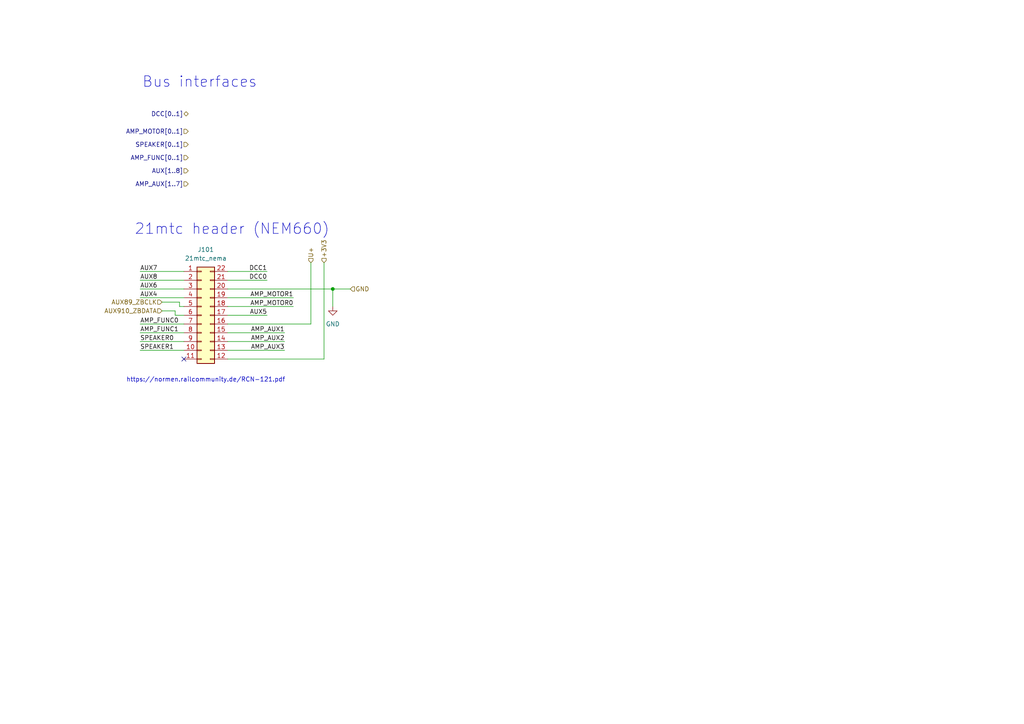
<source format=kicad_sch>
(kicad_sch (version 20231120) (generator "eeschema") (generator_version "7.99")
  (paper "A4")
  (lib_symbols
    (symbol "Connector_Generic:Conn_02x11_Counter_Clockwise" (pin_names (offset 1.016) hide)
      (property "Reference" "J" (at 1.27 15.24 0))
      (property "Value" "Conn_02x11_Counter_Clockwise" (at 1.27 -15.24 0))
      (symbol "Conn_02x11_Counter_Clockwise_1_1"
        (rectangle (start -1.27 -12.573) (end 0 -12.827) (stroke (width 0.1524)))
        (rectangle (start -1.27 -10.033) (end 0 -10.287) (stroke (width 0.1524)))
        (rectangle (start -1.27 -7.493) (end 0 -7.747) (stroke (width 0.1524)))
        (rectangle (start -1.27 -4.953) (end 0 -5.207) (stroke (width 0.1524)))
        (rectangle (start -1.27 -2.413) (end 0 -2.667) (stroke (width 0.1524)))
        (rectangle (start -1.27 0.127) (end 0 -0.127) (stroke (width 0.1524)))
        (rectangle (start -1.27 2.667) (end 0 2.413) (stroke (width 0.1524)))
        (rectangle (start -1.27 5.207) (end 0 4.953) (stroke (width 0.1524)))
        (rectangle (start -1.27 7.747) (end 0 7.493) (stroke (width 0.1524)))
        (rectangle (start -1.27 10.287) (end 0 10.033) (stroke (width 0.1524)))
        (rectangle (start -1.27 12.827) (end 0 12.573) (stroke (width 0.1524)))
        (rectangle (start -1.27 13.97) (end 3.81 -13.97) (stroke (width 0.254)) (fill (type background)))
        (rectangle (start 3.81 -12.573) (end 2.54 -12.827) (stroke (width 0.1524)))
        (rectangle (start 3.81 -10.033) (end 2.54 -10.287) (stroke (width 0.1524)))
        (rectangle (start 3.81 -7.493) (end 2.54 -7.747) (stroke (width 0.1524)))
        (rectangle (start 3.81 -4.953) (end 2.54 -5.207) (stroke (width 0.1524)))
        (rectangle (start 3.81 -2.413) (end 2.54 -2.667) (stroke (width 0.1524)))
        (rectangle (start 3.81 0.127) (end 2.54 -0.127) (stroke (width 0.1524)))
        (rectangle (start 3.81 2.667) (end 2.54 2.413) (stroke (width 0.1524)))
        (rectangle (start 3.81 5.207) (end 2.54 4.953) (stroke (width 0.1524)))
        (rectangle (start 3.81 7.747) (end 2.54 7.493) (stroke (width 0.1524)))
        (rectangle (start 3.81 10.287) (end 2.54 10.033) (stroke (width 0.1524)))
        (rectangle (start 3.81 12.827) (end 2.54 12.573) (stroke (width 0.1524)))
        (pin passive line (at -5.08 12.7 0) (length 3.81) (name "Pin_1") (number "1"))
        (pin passive line (at -5.08 -10.16 0) (length 3.81) (name "Pin_10") (number "10"))
        (pin passive line (at -5.08 -12.7 0) (length 3.81) (name "Pin_11") (number "11"))
        (pin passive line (at 7.62 -12.7 180) (length 3.81) (name "Pin_12") (number "12"))
        (pin passive line (at 7.62 -10.16 180) (length 3.81) (name "Pin_13") (number "13"))
        (pin passive line (at 7.62 -7.62 180) (length 3.81) (name "Pin_14") (number "14"))
        (pin passive line (at 7.62 -5.08 180) (length 3.81) (name "Pin_15") (number "15"))
        (pin passive line (at 7.62 -2.54 180) (length 3.81) (name "Pin_16") (number "16"))
        (pin passive line (at 7.62 0 180) (length 3.81) (name "Pin_17") (number "17"))
        (pin passive line (at 7.62 2.54 180) (length 3.81) (name "Pin_18") (number "18"))
        (pin passive line (at 7.62 5.08 180) (length 3.81) (name "Pin_19") (number "19"))
        (pin passive line (at -5.08 10.16 0) (length 3.81) (name "Pin_2") (number "2"))
        (pin passive line (at 7.62 7.62 180) (length 3.81) (name "Pin_20") (number "20"))
        (pin passive line (at 7.62 10.16 180) (length 3.81) (name "Pin_21") (number "21"))
        (pin passive line (at 7.62 12.7 180) (length 3.81) (name "Pin_22") (number "22"))
        (pin passive line (at -5.08 7.62 0) (length 3.81) (name "Pin_3") (number "3"))
        (pin passive line (at -5.08 5.08 0) (length 3.81) (name "Pin_4") (number "4"))
        (pin passive line (at -5.08 2.54 0) (length 3.81) (name "Pin_5") (number "5"))
        (pin passive line (at -5.08 0 0) (length 3.81) (name "Pin_6") (number "6"))
        (pin passive line (at -5.08 -2.54 0) (length 3.81) (name "Pin_7") (number "7"))
        (pin passive line (at -5.08 -5.08 0) (length 3.81) (name "Pin_8") (number "8"))
        (pin passive line (at -5.08 -7.62 0) (length 3.81) (name "Pin_9") (number "9"))
      )
    )
    (symbol "power:GND" (power) (pin_names (offset 0))
      (property "Value" "GND" (at 0 -3.81 0))
      (symbol "GND_0_1"
        (polyline (pts (xy 0 0) (xy 0 -1.27) (xy 1.27 -1.27) (xy 0 -2.54) (xy -1.27 -1.27) (xy 0 -1.27)))
      )
      (symbol "GND_1_1"
        (pin power_in line (at 0 0 270) (length 0) hide (name "GND") (number "1"))
      )
    )
  )
  (junction (at 96.52 83.82))
  (no_connect (at 53.34 104.14))
  (wire (pts (xy 96.52 83.82) (xy 96.52 88.9)))
  (wire (pts (xy 66.04 81.28) (xy 77.47 81.28)))
  (wire (pts (xy 66.04 83.82) (xy 96.52 83.82)))
  (wire (pts (xy 93.98 76.2) (xy 93.98 104.14)))
  (wire (pts (xy 40.64 83.82) (xy 53.34 83.82)))
  (wire (pts (xy 66.04 93.98) (xy 90.17 93.98)))
  (wire (pts (xy 40.64 99.06) (xy 53.34 99.06)))
  (wire (pts (xy 40.64 101.6) (xy 53.34 101.6)))
  (wire (pts (xy 66.04 96.52) (xy 82.55 96.52)))
  (wire (pts (xy 90.17 76.2) (xy 90.17 93.98)))
  (wire (pts (xy 66.04 91.44) (xy 77.47 91.44)))
  (wire (pts (xy 50.8 90.17) (xy 46.99 90.17)))
  (wire (pts (xy 66.04 78.74) (xy 77.47 78.74)))
  (wire (pts (xy 46.99 87.63) (xy 52.07 87.63)))
  (wire (pts (xy 66.04 101.6) (xy 82.55 101.6)))
  (wire (pts (xy 40.64 78.74) (xy 53.34 78.74)))
  (wire (pts (xy 40.64 81.28) (xy 53.34 81.28)))
  (wire (pts (xy 40.64 93.98) (xy 53.34 93.98)))
  (wire (pts (xy 52.07 88.9) (xy 53.34 88.9)))
  (wire (pts (xy 50.8 91.44) (xy 53.34 91.44)))
  (wire (pts (xy 66.04 86.36) (xy 85.09 86.36)))
  (wire (pts (xy 66.04 99.06) (xy 82.55 99.06)))
  (wire (pts (xy 40.64 86.36) (xy 53.34 86.36)))
  (wire (pts (xy 66.04 88.9) (xy 85.09 88.9)))
  (wire (pts (xy 50.8 90.17) (xy 50.8 91.44)))
  (wire (pts (xy 96.52 83.82) (xy 101.6 83.82)))
  (wire (pts (xy 66.04 104.14) (xy 93.98 104.14)))
  (wire (pts (xy 40.64 96.52) (xy 53.34 96.52)))
  (wire (pts (xy 52.07 87.63) (xy 52.07 88.9)))
  (text "https://normen.railcommunity.de/RCN-121.pdf" (at 59.69 110.236 0) (effects (font (size 1.27 1.27))))
  (text "21mtc header (NEM660)" (at 67.31 66.548 0) (effects (font (size 3.048 3.048))))
  (text "Bus interfaces" (at 57.912 23.876 0) (effects (font (size 3.048 3.048))))
  (label "DCC0" (at 77.47 81.28 180))
  (label "AMP_MOTOR1" (at 85.09 86.36 180))
  (label "AUX6" (at 40.64 83.82 0))
  (label "AUX7" (at 40.64 78.74 0))
  (label "AMP_MOTOR0" (at 85.09 88.9 180))
  (label "AMP_FUNC1" (at 40.64 96.52 0))
  (label "AMP_AUX2" (at 82.55 99.06 180))
  (label "AMP_FUNC0" (at 40.64 93.98 0))
  (label "SPEAKER0" (at 40.64 99.06 0))
  (label "AMP_AUX1" (at 82.55 96.52 180))
  (label "AUX4" (at 40.64 86.36 0))
  (label "AUX8" (at 40.64 81.28 0))
  (label "DCC1" (at 77.47 78.74 180))
  (label "AUX5" (at 77.47 91.44 180))
  (label "AMP_AUX3" (at 82.55 101.6 180))
  (label "SPEAKER1" (at 40.64 101.6 0))
  (hierarchical_label "SPEAKER[0..1]" (shape input) (at 54.61 41.91 180))
  (hierarchical_label "AMP_FUNC[0..1]" (shape input) (at 54.61 45.72 180))
  (hierarchical_label "AMP_AUX[1..7]" (shape input) (at 54.61 53.34 180))
  (hierarchical_label "AUX89_ZBCLK" (shape input) (at 46.99 87.63 180))
  (hierarchical_label "+3V3" (shape input) (at 93.98 76.2 90))
  (hierarchical_label "U+" (shape input) (at 90.17 76.2 90))
  (hierarchical_label "GND" (shape input) (at 101.6 83.82 0))
  (hierarchical_label "AUX910_ZBDATA" (shape input) (at 46.99 90.17 180))
  (hierarchical_label "AMP_MOTOR[0..1]" (shape input) (at 54.61 38.1 180))
  (hierarchical_label "DCC[0..1]" (shape bidirectional) (at 54.61 33.02 180))
  (hierarchical_label "AUX[1..8]" (shape input) (at 54.61 49.53 180))
  (symbol (lib_id "Connector_Generic:Conn_02x11_Counter_Clockwise") (at 58.42 91.44 0) (unit 1)
    (property "Reference" "J101" (at 59.69 72.39 0))
    (property "Value" "21mtc_nema" (at 59.69 74.93 0))
    (property "Footprint" "Connector_PinSocket_1.27mm:PinSocket_2x11_P1.27mm_Vertical_SMD" (effects (hide yes)))
    (property "Description" "Generic connector, double row, 02x11, counter clockwise pin numbering scheme (similar to DIP package numbering), script generated (kicad-library-utils/schlib/autogen/connector/)" (effects (hide yes)))
  )
  (symbol (lib_id "power:GND") (at 96.52 88.9 0) (unit 1)
    (property "Reference" "#PWR0101" (effects (hide yes)))
    (property "Value" "GND" (at 96.52 93.98 0))
    (property "Description" "Power symbol creates a global label with name \"GND\" , ground" (effects (hide yes)))
  )
)
</source>
